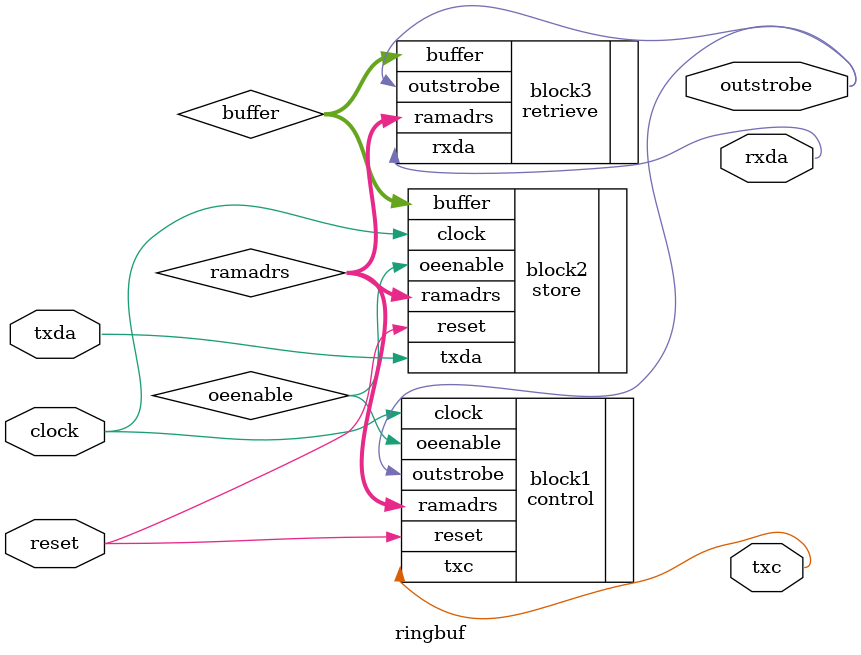
<source format=v>


// THIS WORK CONTAINS TRADE SECRET AND PROPRIETARY INFORMATION
// WHICH IS THE PROPERTY OF MENTOR GRAPHICS CORPORATION
// OR ITS LICENSORS AND IS SUBJECT TO LICENSE TERMS.

// Filename    : ringbuf.v
//
// Description : Top Level Structure of design.

`timescale 1ns / 1ns

module ringbuf (clock, reset, txda, rxda, txc, outstrobe);

    // Design Parameters Control Complete Design
    parameter counter_size = 4;  // Counter Sizes are 2,3,4,5,6...
    parameter buffer_size = 16;  // Buffer Sizes are 4,8,16,32,64...

    // Define the I/O names
    input clock, txda, reset ;
    output rxda, outstrobe, txc;

    // Define the wires that connect the design up.
    wire clock, txda, reset;
    wire outstrobe, txc, oeenable;
    wire [(counter_size*2):0] ramadrs;
    wire [(buffer_size-1):0] buffer;

    // Component intantiations
    control #(counter_size)
      block1  ( .clock(clock) ,
                .reset(reset) ,
                .ramadrs(ramadrs),
                .txc(txc),
                .oeenable(oeenable) ,
                .outstrobe(outstrobe) );

    store #(counter_size, buffer_size)
      block2  ( .clock(clock) ,
                .reset(reset) ,
                .oeenable(oeenable),
                .ramadrs(ramadrs) ,
                .buffer(buffer),
                .txda(txda) );

    retrieve #(counter_size, buffer_size)
      block3  ( .outstrobe(outstrobe),
                .ramadrs(ramadrs) ,
                .buffer(buffer),
                .rxda(rxda) );

endmodule

</source>
